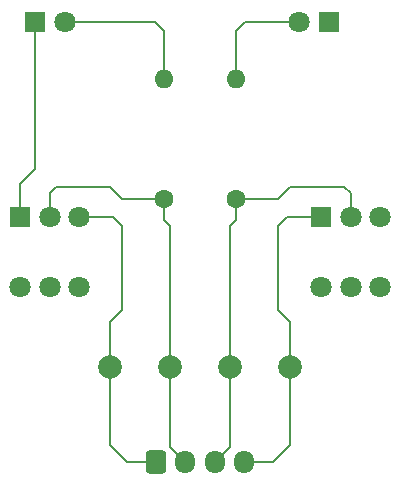
<source format=gbr>
%TF.GenerationSoftware,KiCad,Pcbnew,8.0.8*%
%TF.CreationDate,2025-03-27T22:39:19-04:00*%
%TF.ProjectId,rear_lights_unit_control_box,72656172-5f6c-4696-9768-74735f756e69,0*%
%TF.SameCoordinates,Original*%
%TF.FileFunction,Copper,L1,Top*%
%TF.FilePolarity,Positive*%
%FSLAX46Y46*%
G04 Gerber Fmt 4.6, Leading zero omitted, Abs format (unit mm)*
G04 Created by KiCad (PCBNEW 8.0.8) date 2025-03-27 22:39:19*
%MOMM*%
%LPD*%
G01*
G04 APERTURE LIST*
G04 Aperture macros list*
%AMRoundRect*
0 Rectangle with rounded corners*
0 $1 Rounding radius*
0 $2 $3 $4 $5 $6 $7 $8 $9 X,Y pos of 4 corners*
0 Add a 4 corners polygon primitive as box body*
4,1,4,$2,$3,$4,$5,$6,$7,$8,$9,$2,$3,0*
0 Add four circle primitives for the rounded corners*
1,1,$1+$1,$2,$3*
1,1,$1+$1,$4,$5*
1,1,$1+$1,$6,$7*
1,1,$1+$1,$8,$9*
0 Add four rect primitives between the rounded corners*
20,1,$1+$1,$2,$3,$4,$5,0*
20,1,$1+$1,$4,$5,$6,$7,0*
20,1,$1+$1,$6,$7,$8,$9,0*
20,1,$1+$1,$8,$9,$2,$3,0*%
G04 Aperture macros list end*
%TA.AperFunction,ComponentPad*%
%ADD10C,1.600000*%
%TD*%
%TA.AperFunction,ComponentPad*%
%ADD11O,1.600000X1.600000*%
%TD*%
%TA.AperFunction,ComponentPad*%
%ADD12C,2.000000*%
%TD*%
%TA.AperFunction,ComponentPad*%
%ADD13R,1.800000X1.800000*%
%TD*%
%TA.AperFunction,ComponentPad*%
%ADD14C,1.800000*%
%TD*%
%TA.AperFunction,ComponentPad*%
%ADD15RoundRect,0.250000X-0.600000X-0.725000X0.600000X-0.725000X0.600000X0.725000X-0.600000X0.725000X0*%
%TD*%
%TA.AperFunction,ComponentPad*%
%ADD16O,1.700000X1.950000*%
%TD*%
%TA.AperFunction,Conductor*%
%ADD17C,0.200000*%
%TD*%
G04 APERTURE END LIST*
D10*
%TO.P,R1,1*%
%TO.N,LEFT_TURN_EN*%
X123952000Y-71120000D03*
D11*
%TO.P,R1,2*%
%TO.N,Net-(D1-A)*%
X123952000Y-60960000D03*
%TD*%
D12*
%TO.P,TP2,1,1*%
%TO.N,LEFT_TURN_EN*%
X124460000Y-85344000D03*
%TD*%
D13*
%TO.P,SW1,1,A*%
%TO.N,GND*%
X111760000Y-72631300D03*
D14*
%TO.P,SW1,2,B*%
%TO.N,LEFT_TURN_EN*%
X114260000Y-72631300D03*
%TO.P,SW1,3,C*%
%TO.N,V_OUT*%
X116760000Y-72631300D03*
%TO.P,SW1,4*%
%TO.N,N/C*%
X111760000Y-78631300D03*
%TO.P,SW1,5*%
X114260000Y-78631300D03*
%TO.P,SW1,6*%
X116760000Y-78631300D03*
%TD*%
D12*
%TO.P,TP4,1,1*%
%TO.N,GND*%
X134620000Y-85344000D03*
%TD*%
D10*
%TO.P,R2,1*%
%TO.N,RIGHT_TURN_EN*%
X130052000Y-71120000D03*
D11*
%TO.P,R2,2*%
%TO.N,Net-(D2-A)*%
X130052000Y-60960000D03*
%TD*%
D13*
%TO.P,D1,1,K*%
%TO.N,GND*%
X113025000Y-56134000D03*
D14*
%TO.P,D1,2,A*%
%TO.N,Net-(D1-A)*%
X115565000Y-56134000D03*
%TD*%
D13*
%TO.P,D2,1,K*%
%TO.N,GND*%
X137922000Y-56134000D03*
D14*
%TO.P,D2,2,A*%
%TO.N,Net-(D2-A)*%
X135382000Y-56134000D03*
%TD*%
D12*
%TO.P,TP1,1,1*%
%TO.N,V_OUT*%
X119380000Y-85344000D03*
%TD*%
D13*
%TO.P,SW2,1,A*%
%TO.N,GND*%
X137240000Y-72631300D03*
D14*
%TO.P,SW2,2,B*%
%TO.N,RIGHT_TURN_EN*%
X139740000Y-72631300D03*
%TO.P,SW2,3,C*%
%TO.N,V_OUT*%
X142240000Y-72631300D03*
%TO.P,SW2,4*%
%TO.N,N/C*%
X137240000Y-78631300D03*
%TO.P,SW2,5*%
X139740000Y-78631300D03*
%TO.P,SW2,6*%
X142240000Y-78631300D03*
%TD*%
D15*
%TO.P,J1,1,Pin_1*%
%TO.N,V_OUT*%
X123250000Y-93400000D03*
D16*
%TO.P,J1,2,Pin_2*%
%TO.N,LEFT_TURN_EN*%
X125750000Y-93400000D03*
%TO.P,J1,3,Pin_3*%
%TO.N,RIGHT_TURN_EN*%
X128250000Y-93400000D03*
%TO.P,J1,4,Pin_4*%
%TO.N,GND*%
X130750000Y-93400000D03*
%TD*%
D12*
%TO.P,TP3,1,1*%
%TO.N,RIGHT_TURN_EN*%
X129540000Y-85344000D03*
%TD*%
D17*
%TO.N,Net-(D1-A)*%
X123952000Y-56896000D02*
X123190000Y-56134000D01*
X123190000Y-56134000D02*
X115565000Y-56134000D01*
X123952000Y-60960000D02*
X123952000Y-56896000D01*
%TO.N,GND*%
X133604000Y-80518000D02*
X133604000Y-73406000D01*
X134620000Y-91948000D02*
X134620000Y-85344000D01*
X134620000Y-85344000D02*
X134620000Y-81534000D01*
X134378700Y-72631300D02*
X137240000Y-72631300D01*
X134620000Y-81534000D02*
X133604000Y-80518000D01*
X133168000Y-93400000D02*
X134620000Y-91948000D01*
X113025000Y-56134000D02*
X113030000Y-56134000D01*
X130750000Y-93400000D02*
X133168000Y-93400000D01*
X133604000Y-73406000D02*
X134378700Y-72631300D01*
X113030000Y-68580000D02*
X111760000Y-69850000D01*
X111760000Y-69850000D02*
X111760000Y-72631300D01*
X113030000Y-56134000D02*
X113030000Y-68580000D01*
%TO.N,Net-(D2-A)*%
X130048000Y-56896000D02*
X130810000Y-56134000D01*
X130048000Y-60960000D02*
X130048000Y-56896000D01*
X130810000Y-56134000D02*
X135382000Y-56134000D01*
%TO.N,V_OUT*%
X119621300Y-72631300D02*
X116760000Y-72631300D01*
X120832000Y-93400000D02*
X119380000Y-91948000D01*
X119380000Y-81534000D02*
X120396000Y-80518000D01*
X119380000Y-91948000D02*
X119380000Y-85344000D01*
X119380000Y-85344000D02*
X119380000Y-81534000D01*
X120396000Y-80518000D02*
X120396000Y-73406000D01*
X123250000Y-93400000D02*
X120832000Y-93400000D01*
X120396000Y-73406000D02*
X119621300Y-72631300D01*
%TO.N,LEFT_TURN_EN*%
X123952000Y-72898000D02*
X123952000Y-71120000D01*
X114287300Y-72631300D02*
X114300000Y-72644000D01*
X124460000Y-85344000D02*
X124460000Y-73406000D01*
X119380000Y-70104000D02*
X114808000Y-70104000D01*
X114260000Y-70652000D02*
X114260000Y-72631300D01*
X120396000Y-71120000D02*
X119380000Y-70104000D01*
X114808000Y-70104000D02*
X114260000Y-70652000D01*
X124460000Y-73406000D02*
X123952000Y-72898000D01*
X124460000Y-85344000D02*
X124460000Y-92110000D01*
X114260000Y-72631300D02*
X114287300Y-72631300D01*
X124460000Y-92110000D02*
X125750000Y-93400000D01*
X123952000Y-71120000D02*
X120396000Y-71120000D01*
%TO.N,RIGHT_TURN_EN*%
X129540000Y-85344000D02*
X129540000Y-92110000D01*
X139740000Y-70652000D02*
X139740000Y-72631300D01*
X130048000Y-71120000D02*
X133604000Y-71120000D01*
X139740000Y-72631300D02*
X139712700Y-72631300D01*
X129540000Y-73406000D02*
X130052000Y-72894000D01*
X139192000Y-70104000D02*
X139740000Y-70652000D01*
X129540000Y-85344000D02*
X129540000Y-73406000D01*
X133604000Y-71120000D02*
X134620000Y-70104000D01*
X139712700Y-72631300D02*
X139700000Y-72644000D01*
X130052000Y-72894000D02*
X130052000Y-71120000D01*
X129540000Y-92110000D02*
X128250000Y-93400000D01*
X134620000Y-70104000D02*
X139192000Y-70104000D01*
%TD*%
M02*

</source>
